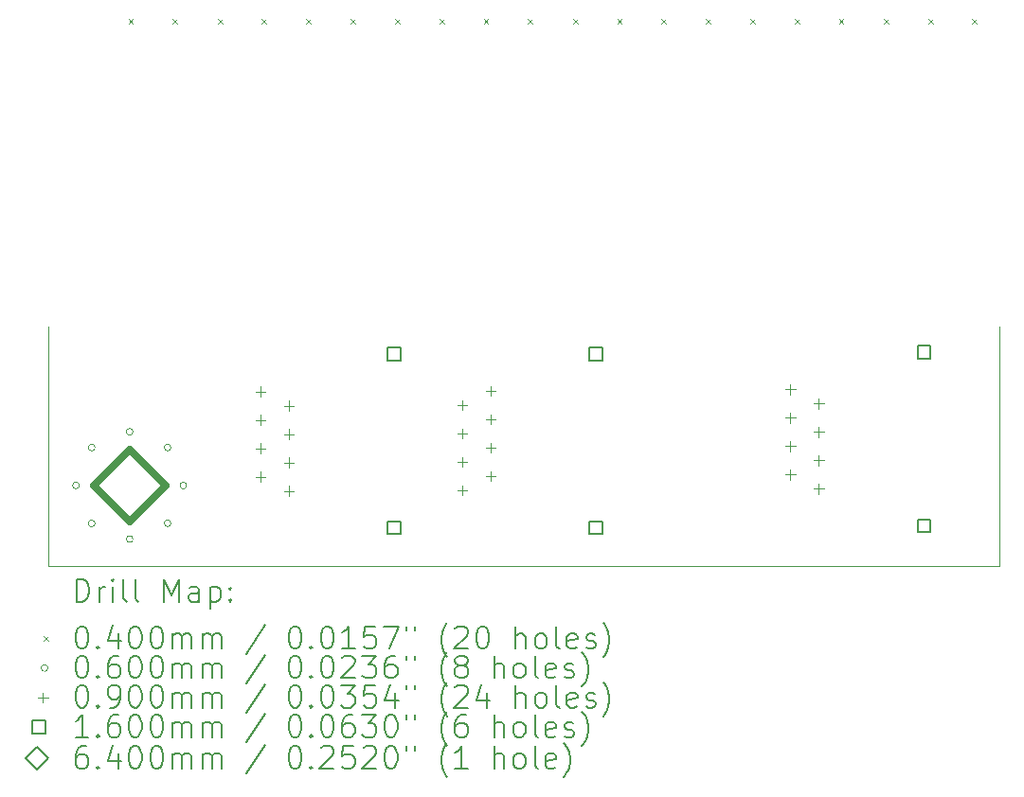
<source format=gbr>
%FSLAX45Y45*%
G04 Gerber Fmt 4.5, Leading zero omitted, Abs format (unit mm)*
G04 Created by KiCad (PCBNEW (5.99.0-12896-g1860893d63)) date 2021-12-10 21:36:47*
%MOMM*%
%LPD*%
G01*
G04 APERTURE LIST*
%TA.AperFunction,Profile*%
%ADD10C,0.120000*%
%TD*%
%ADD11C,0.200000*%
%ADD12C,0.040000*%
%ADD13C,0.060000*%
%ADD14C,0.090000*%
%ADD15C,0.160000*%
%ADD16C,0.640000*%
G04 APERTURE END LIST*
D10*
X9059600Y-8200000D02*
X17559600Y-8200000D01*
X9059600Y-6052600D02*
X9059600Y-8200000D01*
X17559600Y-6052600D02*
X17559600Y-8200000D01*
D11*
D12*
X9774240Y-3307400D02*
X9814240Y-3347400D01*
X9814240Y-3307400D02*
X9774240Y-3347400D01*
X10170480Y-3307400D02*
X10210480Y-3347400D01*
X10210480Y-3307400D02*
X10170480Y-3347400D01*
X10571800Y-3307400D02*
X10611800Y-3347400D01*
X10611800Y-3307400D02*
X10571800Y-3347400D01*
X10962960Y-3307400D02*
X11002960Y-3347400D01*
X11002960Y-3307400D02*
X10962960Y-3347400D01*
X11364280Y-3307400D02*
X11404280Y-3347400D01*
X11404280Y-3307400D02*
X11364280Y-3347400D01*
X11760520Y-3307400D02*
X11800520Y-3347400D01*
X11800520Y-3307400D02*
X11760520Y-3347400D01*
X12156760Y-3307400D02*
X12196760Y-3347400D01*
X12196760Y-3307400D02*
X12156760Y-3347400D01*
X12553000Y-3307400D02*
X12593000Y-3347400D01*
X12593000Y-3307400D02*
X12553000Y-3347400D01*
X12949240Y-3307400D02*
X12989240Y-3347400D01*
X12989240Y-3307400D02*
X12949240Y-3347400D01*
X13345480Y-3307400D02*
X13385480Y-3347400D01*
X13385480Y-3307400D02*
X13345480Y-3347400D01*
X13746800Y-3307400D02*
X13786800Y-3347400D01*
X13786800Y-3307400D02*
X13746800Y-3347400D01*
X14143040Y-3307400D02*
X14183040Y-3347400D01*
X14183040Y-3307400D02*
X14143040Y-3347400D01*
X14539280Y-3307400D02*
X14579280Y-3347400D01*
X14579280Y-3307400D02*
X14539280Y-3347400D01*
X14935520Y-3307400D02*
X14975520Y-3347400D01*
X14975520Y-3307400D02*
X14935520Y-3347400D01*
X15331760Y-3307400D02*
X15371760Y-3347400D01*
X15371760Y-3307400D02*
X15331760Y-3347400D01*
X15728000Y-3307400D02*
X15768000Y-3347400D01*
X15768000Y-3307400D02*
X15728000Y-3347400D01*
X16124240Y-3307400D02*
X16164240Y-3347400D01*
X16164240Y-3307400D02*
X16124240Y-3347400D01*
X16525560Y-3307400D02*
X16565560Y-3347400D01*
X16565560Y-3307400D02*
X16525560Y-3347400D01*
X16921800Y-3307400D02*
X16961800Y-3347400D01*
X16961800Y-3307400D02*
X16921800Y-3347400D01*
X17315500Y-3307400D02*
X17355500Y-3347400D01*
X17355500Y-3307400D02*
X17315500Y-3347400D01*
D13*
X9334080Y-7477760D02*
G75*
G03*
X9334080Y-7477760I-30000J0D01*
G01*
X9474669Y-7138349D02*
G75*
G03*
X9474669Y-7138349I-30000J0D01*
G01*
X9474669Y-7817171D02*
G75*
G03*
X9474669Y-7817171I-30000J0D01*
G01*
X9814080Y-6997760D02*
G75*
G03*
X9814080Y-6997760I-30000J0D01*
G01*
X9814080Y-7957760D02*
G75*
G03*
X9814080Y-7957760I-30000J0D01*
G01*
X10153491Y-7138349D02*
G75*
G03*
X10153491Y-7138349I-30000J0D01*
G01*
X10153491Y-7817171D02*
G75*
G03*
X10153491Y-7817171I-30000J0D01*
G01*
X10294080Y-7477760D02*
G75*
G03*
X10294080Y-7477760I-30000J0D01*
G01*
D14*
X10952800Y-6591780D02*
X10952800Y-6681780D01*
X10907800Y-6636780D02*
X10997800Y-6636780D01*
X10952800Y-6845780D02*
X10952800Y-6935780D01*
X10907800Y-6890780D02*
X10997800Y-6890780D01*
X10952800Y-7099780D02*
X10952800Y-7189780D01*
X10907800Y-7144780D02*
X10997800Y-7144780D01*
X10952800Y-7353780D02*
X10952800Y-7443780D01*
X10907800Y-7398780D02*
X10997800Y-7398780D01*
X11206800Y-6718780D02*
X11206800Y-6808780D01*
X11161800Y-6763780D02*
X11251800Y-6763780D01*
X11206800Y-6972780D02*
X11206800Y-7062780D01*
X11161800Y-7017780D02*
X11251800Y-7017780D01*
X11206800Y-7226780D02*
X11206800Y-7316780D01*
X11161800Y-7271780D02*
X11251800Y-7271780D01*
X11206800Y-7480780D02*
X11206800Y-7570780D01*
X11161800Y-7525780D02*
X11251800Y-7525780D01*
X12756200Y-6714180D02*
X12756200Y-6804180D01*
X12711200Y-6759180D02*
X12801200Y-6759180D01*
X12756200Y-6968180D02*
X12756200Y-7058180D01*
X12711200Y-7013180D02*
X12801200Y-7013180D01*
X12756200Y-7222180D02*
X12756200Y-7312180D01*
X12711200Y-7267180D02*
X12801200Y-7267180D01*
X12756200Y-7476180D02*
X12756200Y-7566180D01*
X12711200Y-7521180D02*
X12801200Y-7521180D01*
X13010200Y-6587180D02*
X13010200Y-6677180D01*
X12965200Y-6632180D02*
X13055200Y-6632180D01*
X13010200Y-6841180D02*
X13010200Y-6931180D01*
X12965200Y-6886180D02*
X13055200Y-6886180D01*
X13010200Y-7095180D02*
X13010200Y-7185180D01*
X12965200Y-7140180D02*
X13055200Y-7140180D01*
X13010200Y-7349180D02*
X13010200Y-7439180D01*
X12965200Y-7394180D02*
X13055200Y-7394180D01*
X15689900Y-6574000D02*
X15689900Y-6664000D01*
X15644900Y-6619000D02*
X15734900Y-6619000D01*
X15689900Y-6828000D02*
X15689900Y-6918000D01*
X15644900Y-6873000D02*
X15734900Y-6873000D01*
X15689900Y-7082000D02*
X15689900Y-7172000D01*
X15644900Y-7127000D02*
X15734900Y-7127000D01*
X15689900Y-7336000D02*
X15689900Y-7426000D01*
X15644900Y-7381000D02*
X15734900Y-7381000D01*
X15943900Y-6701000D02*
X15943900Y-6791000D01*
X15898900Y-6746000D02*
X15988900Y-6746000D01*
X15943900Y-6955000D02*
X15943900Y-7045000D01*
X15898900Y-7000000D02*
X15988900Y-7000000D01*
X15943900Y-7209000D02*
X15943900Y-7299000D01*
X15898900Y-7254000D02*
X15988900Y-7254000D01*
X15943900Y-7463000D02*
X15943900Y-7553000D01*
X15898900Y-7508000D02*
X15988900Y-7508000D01*
D15*
X12203169Y-6358549D02*
X12203169Y-6245411D01*
X12090031Y-6245411D01*
X12090031Y-6358549D01*
X12203169Y-6358549D01*
X12203169Y-7912549D02*
X12203169Y-7799411D01*
X12090031Y-7799411D01*
X12090031Y-7912549D01*
X12203169Y-7912549D01*
X14006569Y-6358549D02*
X14006569Y-6245411D01*
X13893431Y-6245411D01*
X13893431Y-6358549D01*
X14006569Y-6358549D01*
X14006569Y-7912549D02*
X14006569Y-7799411D01*
X13893431Y-7799411D01*
X13893431Y-7912549D01*
X14006569Y-7912549D01*
X16940269Y-6340769D02*
X16940269Y-6227631D01*
X16827131Y-6227631D01*
X16827131Y-6340769D01*
X16940269Y-6340769D01*
X16940269Y-7894769D02*
X16940269Y-7781631D01*
X16827131Y-7781631D01*
X16827131Y-7894769D01*
X16940269Y-7894769D01*
D16*
X9784080Y-7797760D02*
X10104080Y-7477760D01*
X9784080Y-7157760D01*
X9464080Y-7477760D01*
X9784080Y-7797760D01*
D11*
X9311219Y-8516476D02*
X9311219Y-8316476D01*
X9358838Y-8316476D01*
X9387410Y-8326000D01*
X9406457Y-8345048D01*
X9415981Y-8364095D01*
X9425505Y-8402190D01*
X9425505Y-8430762D01*
X9415981Y-8468857D01*
X9406457Y-8487905D01*
X9387410Y-8506952D01*
X9358838Y-8516476D01*
X9311219Y-8516476D01*
X9511219Y-8516476D02*
X9511219Y-8383143D01*
X9511219Y-8421238D02*
X9520743Y-8402190D01*
X9530267Y-8392667D01*
X9549314Y-8383143D01*
X9568362Y-8383143D01*
X9635029Y-8516476D02*
X9635029Y-8383143D01*
X9635029Y-8316476D02*
X9625505Y-8326000D01*
X9635029Y-8335524D01*
X9644552Y-8326000D01*
X9635029Y-8316476D01*
X9635029Y-8335524D01*
X9758838Y-8516476D02*
X9739790Y-8506952D01*
X9730267Y-8487905D01*
X9730267Y-8316476D01*
X9863600Y-8516476D02*
X9844552Y-8506952D01*
X9835029Y-8487905D01*
X9835029Y-8316476D01*
X10092171Y-8516476D02*
X10092171Y-8316476D01*
X10158838Y-8459333D01*
X10225505Y-8316476D01*
X10225505Y-8516476D01*
X10406457Y-8516476D02*
X10406457Y-8411714D01*
X10396933Y-8392667D01*
X10377886Y-8383143D01*
X10339790Y-8383143D01*
X10320743Y-8392667D01*
X10406457Y-8506952D02*
X10387410Y-8516476D01*
X10339790Y-8516476D01*
X10320743Y-8506952D01*
X10311219Y-8487905D01*
X10311219Y-8468857D01*
X10320743Y-8449810D01*
X10339790Y-8440286D01*
X10387410Y-8440286D01*
X10406457Y-8430762D01*
X10501695Y-8383143D02*
X10501695Y-8583143D01*
X10501695Y-8392667D02*
X10520743Y-8383143D01*
X10558838Y-8383143D01*
X10577886Y-8392667D01*
X10587410Y-8402190D01*
X10596933Y-8421238D01*
X10596933Y-8478381D01*
X10587410Y-8497429D01*
X10577886Y-8506952D01*
X10558838Y-8516476D01*
X10520743Y-8516476D01*
X10501695Y-8506952D01*
X10682648Y-8497429D02*
X10692171Y-8506952D01*
X10682648Y-8516476D01*
X10673124Y-8506952D01*
X10682648Y-8497429D01*
X10682648Y-8516476D01*
X10682648Y-8392667D02*
X10692171Y-8402190D01*
X10682648Y-8411714D01*
X10673124Y-8402190D01*
X10682648Y-8392667D01*
X10682648Y-8411714D01*
D12*
X9013600Y-8826000D02*
X9053600Y-8866000D01*
X9053600Y-8826000D02*
X9013600Y-8866000D01*
D11*
X9349314Y-8736476D02*
X9368362Y-8736476D01*
X9387410Y-8746000D01*
X9396933Y-8755524D01*
X9406457Y-8774571D01*
X9415981Y-8812667D01*
X9415981Y-8860286D01*
X9406457Y-8898381D01*
X9396933Y-8917429D01*
X9387410Y-8926952D01*
X9368362Y-8936476D01*
X9349314Y-8936476D01*
X9330267Y-8926952D01*
X9320743Y-8917429D01*
X9311219Y-8898381D01*
X9301695Y-8860286D01*
X9301695Y-8812667D01*
X9311219Y-8774571D01*
X9320743Y-8755524D01*
X9330267Y-8746000D01*
X9349314Y-8736476D01*
X9501695Y-8917429D02*
X9511219Y-8926952D01*
X9501695Y-8936476D01*
X9492171Y-8926952D01*
X9501695Y-8917429D01*
X9501695Y-8936476D01*
X9682648Y-8803143D02*
X9682648Y-8936476D01*
X9635029Y-8726952D02*
X9587410Y-8869810D01*
X9711219Y-8869810D01*
X9825505Y-8736476D02*
X9844552Y-8736476D01*
X9863600Y-8746000D01*
X9873124Y-8755524D01*
X9882648Y-8774571D01*
X9892171Y-8812667D01*
X9892171Y-8860286D01*
X9882648Y-8898381D01*
X9873124Y-8917429D01*
X9863600Y-8926952D01*
X9844552Y-8936476D01*
X9825505Y-8936476D01*
X9806457Y-8926952D01*
X9796933Y-8917429D01*
X9787410Y-8898381D01*
X9777886Y-8860286D01*
X9777886Y-8812667D01*
X9787410Y-8774571D01*
X9796933Y-8755524D01*
X9806457Y-8746000D01*
X9825505Y-8736476D01*
X10015981Y-8736476D02*
X10035029Y-8736476D01*
X10054076Y-8746000D01*
X10063600Y-8755524D01*
X10073124Y-8774571D01*
X10082648Y-8812667D01*
X10082648Y-8860286D01*
X10073124Y-8898381D01*
X10063600Y-8917429D01*
X10054076Y-8926952D01*
X10035029Y-8936476D01*
X10015981Y-8936476D01*
X9996933Y-8926952D01*
X9987410Y-8917429D01*
X9977886Y-8898381D01*
X9968362Y-8860286D01*
X9968362Y-8812667D01*
X9977886Y-8774571D01*
X9987410Y-8755524D01*
X9996933Y-8746000D01*
X10015981Y-8736476D01*
X10168362Y-8936476D02*
X10168362Y-8803143D01*
X10168362Y-8822190D02*
X10177886Y-8812667D01*
X10196933Y-8803143D01*
X10225505Y-8803143D01*
X10244552Y-8812667D01*
X10254076Y-8831714D01*
X10254076Y-8936476D01*
X10254076Y-8831714D02*
X10263600Y-8812667D01*
X10282648Y-8803143D01*
X10311219Y-8803143D01*
X10330267Y-8812667D01*
X10339790Y-8831714D01*
X10339790Y-8936476D01*
X10435029Y-8936476D02*
X10435029Y-8803143D01*
X10435029Y-8822190D02*
X10444552Y-8812667D01*
X10463600Y-8803143D01*
X10492171Y-8803143D01*
X10511219Y-8812667D01*
X10520743Y-8831714D01*
X10520743Y-8936476D01*
X10520743Y-8831714D02*
X10530267Y-8812667D01*
X10549314Y-8803143D01*
X10577886Y-8803143D01*
X10596933Y-8812667D01*
X10606457Y-8831714D01*
X10606457Y-8936476D01*
X10996933Y-8726952D02*
X10825505Y-8984095D01*
X11254076Y-8736476D02*
X11273124Y-8736476D01*
X11292171Y-8746000D01*
X11301695Y-8755524D01*
X11311219Y-8774571D01*
X11320743Y-8812667D01*
X11320743Y-8860286D01*
X11311219Y-8898381D01*
X11301695Y-8917429D01*
X11292171Y-8926952D01*
X11273124Y-8936476D01*
X11254076Y-8936476D01*
X11235028Y-8926952D01*
X11225505Y-8917429D01*
X11215981Y-8898381D01*
X11206457Y-8860286D01*
X11206457Y-8812667D01*
X11215981Y-8774571D01*
X11225505Y-8755524D01*
X11235028Y-8746000D01*
X11254076Y-8736476D01*
X11406457Y-8917429D02*
X11415981Y-8926952D01*
X11406457Y-8936476D01*
X11396933Y-8926952D01*
X11406457Y-8917429D01*
X11406457Y-8936476D01*
X11539790Y-8736476D02*
X11558838Y-8736476D01*
X11577886Y-8746000D01*
X11587409Y-8755524D01*
X11596933Y-8774571D01*
X11606457Y-8812667D01*
X11606457Y-8860286D01*
X11596933Y-8898381D01*
X11587409Y-8917429D01*
X11577886Y-8926952D01*
X11558838Y-8936476D01*
X11539790Y-8936476D01*
X11520743Y-8926952D01*
X11511219Y-8917429D01*
X11501695Y-8898381D01*
X11492171Y-8860286D01*
X11492171Y-8812667D01*
X11501695Y-8774571D01*
X11511219Y-8755524D01*
X11520743Y-8746000D01*
X11539790Y-8736476D01*
X11796933Y-8936476D02*
X11682648Y-8936476D01*
X11739790Y-8936476D02*
X11739790Y-8736476D01*
X11720743Y-8765048D01*
X11701695Y-8784095D01*
X11682648Y-8793619D01*
X11977886Y-8736476D02*
X11882648Y-8736476D01*
X11873124Y-8831714D01*
X11882648Y-8822190D01*
X11901695Y-8812667D01*
X11949314Y-8812667D01*
X11968362Y-8822190D01*
X11977886Y-8831714D01*
X11987409Y-8850762D01*
X11987409Y-8898381D01*
X11977886Y-8917429D01*
X11968362Y-8926952D01*
X11949314Y-8936476D01*
X11901695Y-8936476D01*
X11882648Y-8926952D01*
X11873124Y-8917429D01*
X12054076Y-8736476D02*
X12187409Y-8736476D01*
X12101695Y-8936476D01*
X12254076Y-8736476D02*
X12254076Y-8774571D01*
X12330267Y-8736476D02*
X12330267Y-8774571D01*
X12625505Y-9012667D02*
X12615981Y-9003143D01*
X12596933Y-8974571D01*
X12587409Y-8955524D01*
X12577886Y-8926952D01*
X12568362Y-8879333D01*
X12568362Y-8841238D01*
X12577886Y-8793619D01*
X12587409Y-8765048D01*
X12596933Y-8746000D01*
X12615981Y-8717429D01*
X12625505Y-8707905D01*
X12692171Y-8755524D02*
X12701695Y-8746000D01*
X12720743Y-8736476D01*
X12768362Y-8736476D01*
X12787409Y-8746000D01*
X12796933Y-8755524D01*
X12806457Y-8774571D01*
X12806457Y-8793619D01*
X12796933Y-8822190D01*
X12682648Y-8936476D01*
X12806457Y-8936476D01*
X12930267Y-8736476D02*
X12949314Y-8736476D01*
X12968362Y-8746000D01*
X12977886Y-8755524D01*
X12987409Y-8774571D01*
X12996933Y-8812667D01*
X12996933Y-8860286D01*
X12987409Y-8898381D01*
X12977886Y-8917429D01*
X12968362Y-8926952D01*
X12949314Y-8936476D01*
X12930267Y-8936476D01*
X12911219Y-8926952D01*
X12901695Y-8917429D01*
X12892171Y-8898381D01*
X12882648Y-8860286D01*
X12882648Y-8812667D01*
X12892171Y-8774571D01*
X12901695Y-8755524D01*
X12911219Y-8746000D01*
X12930267Y-8736476D01*
X13235028Y-8936476D02*
X13235028Y-8736476D01*
X13320743Y-8936476D02*
X13320743Y-8831714D01*
X13311219Y-8812667D01*
X13292171Y-8803143D01*
X13263600Y-8803143D01*
X13244552Y-8812667D01*
X13235028Y-8822190D01*
X13444552Y-8936476D02*
X13425505Y-8926952D01*
X13415981Y-8917429D01*
X13406457Y-8898381D01*
X13406457Y-8841238D01*
X13415981Y-8822190D01*
X13425505Y-8812667D01*
X13444552Y-8803143D01*
X13473124Y-8803143D01*
X13492171Y-8812667D01*
X13501695Y-8822190D01*
X13511219Y-8841238D01*
X13511219Y-8898381D01*
X13501695Y-8917429D01*
X13492171Y-8926952D01*
X13473124Y-8936476D01*
X13444552Y-8936476D01*
X13625505Y-8936476D02*
X13606457Y-8926952D01*
X13596933Y-8907905D01*
X13596933Y-8736476D01*
X13777886Y-8926952D02*
X13758838Y-8936476D01*
X13720743Y-8936476D01*
X13701695Y-8926952D01*
X13692171Y-8907905D01*
X13692171Y-8831714D01*
X13701695Y-8812667D01*
X13720743Y-8803143D01*
X13758838Y-8803143D01*
X13777886Y-8812667D01*
X13787409Y-8831714D01*
X13787409Y-8850762D01*
X13692171Y-8869810D01*
X13863600Y-8926952D02*
X13882648Y-8936476D01*
X13920743Y-8936476D01*
X13939790Y-8926952D01*
X13949314Y-8907905D01*
X13949314Y-8898381D01*
X13939790Y-8879333D01*
X13920743Y-8869810D01*
X13892171Y-8869810D01*
X13873124Y-8860286D01*
X13863600Y-8841238D01*
X13863600Y-8831714D01*
X13873124Y-8812667D01*
X13892171Y-8803143D01*
X13920743Y-8803143D01*
X13939790Y-8812667D01*
X14015981Y-9012667D02*
X14025505Y-9003143D01*
X14044552Y-8974571D01*
X14054076Y-8955524D01*
X14063600Y-8926952D01*
X14073124Y-8879333D01*
X14073124Y-8841238D01*
X14063600Y-8793619D01*
X14054076Y-8765048D01*
X14044552Y-8746000D01*
X14025505Y-8717429D01*
X14015981Y-8707905D01*
D13*
X9053600Y-9110000D02*
G75*
G03*
X9053600Y-9110000I-30000J0D01*
G01*
D11*
X9349314Y-9000476D02*
X9368362Y-9000476D01*
X9387410Y-9010000D01*
X9396933Y-9019524D01*
X9406457Y-9038571D01*
X9415981Y-9076667D01*
X9415981Y-9124286D01*
X9406457Y-9162381D01*
X9396933Y-9181429D01*
X9387410Y-9190952D01*
X9368362Y-9200476D01*
X9349314Y-9200476D01*
X9330267Y-9190952D01*
X9320743Y-9181429D01*
X9311219Y-9162381D01*
X9301695Y-9124286D01*
X9301695Y-9076667D01*
X9311219Y-9038571D01*
X9320743Y-9019524D01*
X9330267Y-9010000D01*
X9349314Y-9000476D01*
X9501695Y-9181429D02*
X9511219Y-9190952D01*
X9501695Y-9200476D01*
X9492171Y-9190952D01*
X9501695Y-9181429D01*
X9501695Y-9200476D01*
X9682648Y-9000476D02*
X9644552Y-9000476D01*
X9625505Y-9010000D01*
X9615981Y-9019524D01*
X9596933Y-9048095D01*
X9587410Y-9086190D01*
X9587410Y-9162381D01*
X9596933Y-9181429D01*
X9606457Y-9190952D01*
X9625505Y-9200476D01*
X9663600Y-9200476D01*
X9682648Y-9190952D01*
X9692171Y-9181429D01*
X9701695Y-9162381D01*
X9701695Y-9114762D01*
X9692171Y-9095714D01*
X9682648Y-9086190D01*
X9663600Y-9076667D01*
X9625505Y-9076667D01*
X9606457Y-9086190D01*
X9596933Y-9095714D01*
X9587410Y-9114762D01*
X9825505Y-9000476D02*
X9844552Y-9000476D01*
X9863600Y-9010000D01*
X9873124Y-9019524D01*
X9882648Y-9038571D01*
X9892171Y-9076667D01*
X9892171Y-9124286D01*
X9882648Y-9162381D01*
X9873124Y-9181429D01*
X9863600Y-9190952D01*
X9844552Y-9200476D01*
X9825505Y-9200476D01*
X9806457Y-9190952D01*
X9796933Y-9181429D01*
X9787410Y-9162381D01*
X9777886Y-9124286D01*
X9777886Y-9076667D01*
X9787410Y-9038571D01*
X9796933Y-9019524D01*
X9806457Y-9010000D01*
X9825505Y-9000476D01*
X10015981Y-9000476D02*
X10035029Y-9000476D01*
X10054076Y-9010000D01*
X10063600Y-9019524D01*
X10073124Y-9038571D01*
X10082648Y-9076667D01*
X10082648Y-9124286D01*
X10073124Y-9162381D01*
X10063600Y-9181429D01*
X10054076Y-9190952D01*
X10035029Y-9200476D01*
X10015981Y-9200476D01*
X9996933Y-9190952D01*
X9987410Y-9181429D01*
X9977886Y-9162381D01*
X9968362Y-9124286D01*
X9968362Y-9076667D01*
X9977886Y-9038571D01*
X9987410Y-9019524D01*
X9996933Y-9010000D01*
X10015981Y-9000476D01*
X10168362Y-9200476D02*
X10168362Y-9067143D01*
X10168362Y-9086190D02*
X10177886Y-9076667D01*
X10196933Y-9067143D01*
X10225505Y-9067143D01*
X10244552Y-9076667D01*
X10254076Y-9095714D01*
X10254076Y-9200476D01*
X10254076Y-9095714D02*
X10263600Y-9076667D01*
X10282648Y-9067143D01*
X10311219Y-9067143D01*
X10330267Y-9076667D01*
X10339790Y-9095714D01*
X10339790Y-9200476D01*
X10435029Y-9200476D02*
X10435029Y-9067143D01*
X10435029Y-9086190D02*
X10444552Y-9076667D01*
X10463600Y-9067143D01*
X10492171Y-9067143D01*
X10511219Y-9076667D01*
X10520743Y-9095714D01*
X10520743Y-9200476D01*
X10520743Y-9095714D02*
X10530267Y-9076667D01*
X10549314Y-9067143D01*
X10577886Y-9067143D01*
X10596933Y-9076667D01*
X10606457Y-9095714D01*
X10606457Y-9200476D01*
X10996933Y-8990952D02*
X10825505Y-9248095D01*
X11254076Y-9000476D02*
X11273124Y-9000476D01*
X11292171Y-9010000D01*
X11301695Y-9019524D01*
X11311219Y-9038571D01*
X11320743Y-9076667D01*
X11320743Y-9124286D01*
X11311219Y-9162381D01*
X11301695Y-9181429D01*
X11292171Y-9190952D01*
X11273124Y-9200476D01*
X11254076Y-9200476D01*
X11235028Y-9190952D01*
X11225505Y-9181429D01*
X11215981Y-9162381D01*
X11206457Y-9124286D01*
X11206457Y-9076667D01*
X11215981Y-9038571D01*
X11225505Y-9019524D01*
X11235028Y-9010000D01*
X11254076Y-9000476D01*
X11406457Y-9181429D02*
X11415981Y-9190952D01*
X11406457Y-9200476D01*
X11396933Y-9190952D01*
X11406457Y-9181429D01*
X11406457Y-9200476D01*
X11539790Y-9000476D02*
X11558838Y-9000476D01*
X11577886Y-9010000D01*
X11587409Y-9019524D01*
X11596933Y-9038571D01*
X11606457Y-9076667D01*
X11606457Y-9124286D01*
X11596933Y-9162381D01*
X11587409Y-9181429D01*
X11577886Y-9190952D01*
X11558838Y-9200476D01*
X11539790Y-9200476D01*
X11520743Y-9190952D01*
X11511219Y-9181429D01*
X11501695Y-9162381D01*
X11492171Y-9124286D01*
X11492171Y-9076667D01*
X11501695Y-9038571D01*
X11511219Y-9019524D01*
X11520743Y-9010000D01*
X11539790Y-9000476D01*
X11682648Y-9019524D02*
X11692171Y-9010000D01*
X11711219Y-9000476D01*
X11758838Y-9000476D01*
X11777886Y-9010000D01*
X11787409Y-9019524D01*
X11796933Y-9038571D01*
X11796933Y-9057619D01*
X11787409Y-9086190D01*
X11673124Y-9200476D01*
X11796933Y-9200476D01*
X11863600Y-9000476D02*
X11987409Y-9000476D01*
X11920743Y-9076667D01*
X11949314Y-9076667D01*
X11968362Y-9086190D01*
X11977886Y-9095714D01*
X11987409Y-9114762D01*
X11987409Y-9162381D01*
X11977886Y-9181429D01*
X11968362Y-9190952D01*
X11949314Y-9200476D01*
X11892171Y-9200476D01*
X11873124Y-9190952D01*
X11863600Y-9181429D01*
X12158838Y-9000476D02*
X12120743Y-9000476D01*
X12101695Y-9010000D01*
X12092171Y-9019524D01*
X12073124Y-9048095D01*
X12063600Y-9086190D01*
X12063600Y-9162381D01*
X12073124Y-9181429D01*
X12082648Y-9190952D01*
X12101695Y-9200476D01*
X12139790Y-9200476D01*
X12158838Y-9190952D01*
X12168362Y-9181429D01*
X12177886Y-9162381D01*
X12177886Y-9114762D01*
X12168362Y-9095714D01*
X12158838Y-9086190D01*
X12139790Y-9076667D01*
X12101695Y-9076667D01*
X12082648Y-9086190D01*
X12073124Y-9095714D01*
X12063600Y-9114762D01*
X12254076Y-9000476D02*
X12254076Y-9038571D01*
X12330267Y-9000476D02*
X12330267Y-9038571D01*
X12625505Y-9276667D02*
X12615981Y-9267143D01*
X12596933Y-9238571D01*
X12587409Y-9219524D01*
X12577886Y-9190952D01*
X12568362Y-9143333D01*
X12568362Y-9105238D01*
X12577886Y-9057619D01*
X12587409Y-9029048D01*
X12596933Y-9010000D01*
X12615981Y-8981429D01*
X12625505Y-8971905D01*
X12730267Y-9086190D02*
X12711219Y-9076667D01*
X12701695Y-9067143D01*
X12692171Y-9048095D01*
X12692171Y-9038571D01*
X12701695Y-9019524D01*
X12711219Y-9010000D01*
X12730267Y-9000476D01*
X12768362Y-9000476D01*
X12787409Y-9010000D01*
X12796933Y-9019524D01*
X12806457Y-9038571D01*
X12806457Y-9048095D01*
X12796933Y-9067143D01*
X12787409Y-9076667D01*
X12768362Y-9086190D01*
X12730267Y-9086190D01*
X12711219Y-9095714D01*
X12701695Y-9105238D01*
X12692171Y-9124286D01*
X12692171Y-9162381D01*
X12701695Y-9181429D01*
X12711219Y-9190952D01*
X12730267Y-9200476D01*
X12768362Y-9200476D01*
X12787409Y-9190952D01*
X12796933Y-9181429D01*
X12806457Y-9162381D01*
X12806457Y-9124286D01*
X12796933Y-9105238D01*
X12787409Y-9095714D01*
X12768362Y-9086190D01*
X13044552Y-9200476D02*
X13044552Y-9000476D01*
X13130267Y-9200476D02*
X13130267Y-9095714D01*
X13120743Y-9076667D01*
X13101695Y-9067143D01*
X13073124Y-9067143D01*
X13054076Y-9076667D01*
X13044552Y-9086190D01*
X13254076Y-9200476D02*
X13235028Y-9190952D01*
X13225505Y-9181429D01*
X13215981Y-9162381D01*
X13215981Y-9105238D01*
X13225505Y-9086190D01*
X13235028Y-9076667D01*
X13254076Y-9067143D01*
X13282648Y-9067143D01*
X13301695Y-9076667D01*
X13311219Y-9086190D01*
X13320743Y-9105238D01*
X13320743Y-9162381D01*
X13311219Y-9181429D01*
X13301695Y-9190952D01*
X13282648Y-9200476D01*
X13254076Y-9200476D01*
X13435028Y-9200476D02*
X13415981Y-9190952D01*
X13406457Y-9171905D01*
X13406457Y-9000476D01*
X13587409Y-9190952D02*
X13568362Y-9200476D01*
X13530267Y-9200476D01*
X13511219Y-9190952D01*
X13501695Y-9171905D01*
X13501695Y-9095714D01*
X13511219Y-9076667D01*
X13530267Y-9067143D01*
X13568362Y-9067143D01*
X13587409Y-9076667D01*
X13596933Y-9095714D01*
X13596933Y-9114762D01*
X13501695Y-9133810D01*
X13673124Y-9190952D02*
X13692171Y-9200476D01*
X13730267Y-9200476D01*
X13749314Y-9190952D01*
X13758838Y-9171905D01*
X13758838Y-9162381D01*
X13749314Y-9143333D01*
X13730267Y-9133810D01*
X13701695Y-9133810D01*
X13682648Y-9124286D01*
X13673124Y-9105238D01*
X13673124Y-9095714D01*
X13682648Y-9076667D01*
X13701695Y-9067143D01*
X13730267Y-9067143D01*
X13749314Y-9076667D01*
X13825505Y-9276667D02*
X13835028Y-9267143D01*
X13854076Y-9238571D01*
X13863600Y-9219524D01*
X13873124Y-9190952D01*
X13882648Y-9143333D01*
X13882648Y-9105238D01*
X13873124Y-9057619D01*
X13863600Y-9029048D01*
X13854076Y-9010000D01*
X13835028Y-8981429D01*
X13825505Y-8971905D01*
D14*
X9008600Y-9329000D02*
X9008600Y-9419000D01*
X8963600Y-9374000D02*
X9053600Y-9374000D01*
D11*
X9349314Y-9264476D02*
X9368362Y-9264476D01*
X9387410Y-9274000D01*
X9396933Y-9283524D01*
X9406457Y-9302571D01*
X9415981Y-9340667D01*
X9415981Y-9388286D01*
X9406457Y-9426381D01*
X9396933Y-9445429D01*
X9387410Y-9454952D01*
X9368362Y-9464476D01*
X9349314Y-9464476D01*
X9330267Y-9454952D01*
X9320743Y-9445429D01*
X9311219Y-9426381D01*
X9301695Y-9388286D01*
X9301695Y-9340667D01*
X9311219Y-9302571D01*
X9320743Y-9283524D01*
X9330267Y-9274000D01*
X9349314Y-9264476D01*
X9501695Y-9445429D02*
X9511219Y-9454952D01*
X9501695Y-9464476D01*
X9492171Y-9454952D01*
X9501695Y-9445429D01*
X9501695Y-9464476D01*
X9606457Y-9464476D02*
X9644552Y-9464476D01*
X9663600Y-9454952D01*
X9673124Y-9445429D01*
X9692171Y-9416857D01*
X9701695Y-9378762D01*
X9701695Y-9302571D01*
X9692171Y-9283524D01*
X9682648Y-9274000D01*
X9663600Y-9264476D01*
X9625505Y-9264476D01*
X9606457Y-9274000D01*
X9596933Y-9283524D01*
X9587410Y-9302571D01*
X9587410Y-9350190D01*
X9596933Y-9369238D01*
X9606457Y-9378762D01*
X9625505Y-9388286D01*
X9663600Y-9388286D01*
X9682648Y-9378762D01*
X9692171Y-9369238D01*
X9701695Y-9350190D01*
X9825505Y-9264476D02*
X9844552Y-9264476D01*
X9863600Y-9274000D01*
X9873124Y-9283524D01*
X9882648Y-9302571D01*
X9892171Y-9340667D01*
X9892171Y-9388286D01*
X9882648Y-9426381D01*
X9873124Y-9445429D01*
X9863600Y-9454952D01*
X9844552Y-9464476D01*
X9825505Y-9464476D01*
X9806457Y-9454952D01*
X9796933Y-9445429D01*
X9787410Y-9426381D01*
X9777886Y-9388286D01*
X9777886Y-9340667D01*
X9787410Y-9302571D01*
X9796933Y-9283524D01*
X9806457Y-9274000D01*
X9825505Y-9264476D01*
X10015981Y-9264476D02*
X10035029Y-9264476D01*
X10054076Y-9274000D01*
X10063600Y-9283524D01*
X10073124Y-9302571D01*
X10082648Y-9340667D01*
X10082648Y-9388286D01*
X10073124Y-9426381D01*
X10063600Y-9445429D01*
X10054076Y-9454952D01*
X10035029Y-9464476D01*
X10015981Y-9464476D01*
X9996933Y-9454952D01*
X9987410Y-9445429D01*
X9977886Y-9426381D01*
X9968362Y-9388286D01*
X9968362Y-9340667D01*
X9977886Y-9302571D01*
X9987410Y-9283524D01*
X9996933Y-9274000D01*
X10015981Y-9264476D01*
X10168362Y-9464476D02*
X10168362Y-9331143D01*
X10168362Y-9350190D02*
X10177886Y-9340667D01*
X10196933Y-9331143D01*
X10225505Y-9331143D01*
X10244552Y-9340667D01*
X10254076Y-9359714D01*
X10254076Y-9464476D01*
X10254076Y-9359714D02*
X10263600Y-9340667D01*
X10282648Y-9331143D01*
X10311219Y-9331143D01*
X10330267Y-9340667D01*
X10339790Y-9359714D01*
X10339790Y-9464476D01*
X10435029Y-9464476D02*
X10435029Y-9331143D01*
X10435029Y-9350190D02*
X10444552Y-9340667D01*
X10463600Y-9331143D01*
X10492171Y-9331143D01*
X10511219Y-9340667D01*
X10520743Y-9359714D01*
X10520743Y-9464476D01*
X10520743Y-9359714D02*
X10530267Y-9340667D01*
X10549314Y-9331143D01*
X10577886Y-9331143D01*
X10596933Y-9340667D01*
X10606457Y-9359714D01*
X10606457Y-9464476D01*
X10996933Y-9254952D02*
X10825505Y-9512095D01*
X11254076Y-9264476D02*
X11273124Y-9264476D01*
X11292171Y-9274000D01*
X11301695Y-9283524D01*
X11311219Y-9302571D01*
X11320743Y-9340667D01*
X11320743Y-9388286D01*
X11311219Y-9426381D01*
X11301695Y-9445429D01*
X11292171Y-9454952D01*
X11273124Y-9464476D01*
X11254076Y-9464476D01*
X11235028Y-9454952D01*
X11225505Y-9445429D01*
X11215981Y-9426381D01*
X11206457Y-9388286D01*
X11206457Y-9340667D01*
X11215981Y-9302571D01*
X11225505Y-9283524D01*
X11235028Y-9274000D01*
X11254076Y-9264476D01*
X11406457Y-9445429D02*
X11415981Y-9454952D01*
X11406457Y-9464476D01*
X11396933Y-9454952D01*
X11406457Y-9445429D01*
X11406457Y-9464476D01*
X11539790Y-9264476D02*
X11558838Y-9264476D01*
X11577886Y-9274000D01*
X11587409Y-9283524D01*
X11596933Y-9302571D01*
X11606457Y-9340667D01*
X11606457Y-9388286D01*
X11596933Y-9426381D01*
X11587409Y-9445429D01*
X11577886Y-9454952D01*
X11558838Y-9464476D01*
X11539790Y-9464476D01*
X11520743Y-9454952D01*
X11511219Y-9445429D01*
X11501695Y-9426381D01*
X11492171Y-9388286D01*
X11492171Y-9340667D01*
X11501695Y-9302571D01*
X11511219Y-9283524D01*
X11520743Y-9274000D01*
X11539790Y-9264476D01*
X11673124Y-9264476D02*
X11796933Y-9264476D01*
X11730267Y-9340667D01*
X11758838Y-9340667D01*
X11777886Y-9350190D01*
X11787409Y-9359714D01*
X11796933Y-9378762D01*
X11796933Y-9426381D01*
X11787409Y-9445429D01*
X11777886Y-9454952D01*
X11758838Y-9464476D01*
X11701695Y-9464476D01*
X11682648Y-9454952D01*
X11673124Y-9445429D01*
X11977886Y-9264476D02*
X11882648Y-9264476D01*
X11873124Y-9359714D01*
X11882648Y-9350190D01*
X11901695Y-9340667D01*
X11949314Y-9340667D01*
X11968362Y-9350190D01*
X11977886Y-9359714D01*
X11987409Y-9378762D01*
X11987409Y-9426381D01*
X11977886Y-9445429D01*
X11968362Y-9454952D01*
X11949314Y-9464476D01*
X11901695Y-9464476D01*
X11882648Y-9454952D01*
X11873124Y-9445429D01*
X12158838Y-9331143D02*
X12158838Y-9464476D01*
X12111219Y-9254952D02*
X12063600Y-9397810D01*
X12187409Y-9397810D01*
X12254076Y-9264476D02*
X12254076Y-9302571D01*
X12330267Y-9264476D02*
X12330267Y-9302571D01*
X12625505Y-9540667D02*
X12615981Y-9531143D01*
X12596933Y-9502571D01*
X12587409Y-9483524D01*
X12577886Y-9454952D01*
X12568362Y-9407333D01*
X12568362Y-9369238D01*
X12577886Y-9321619D01*
X12587409Y-9293048D01*
X12596933Y-9274000D01*
X12615981Y-9245429D01*
X12625505Y-9235905D01*
X12692171Y-9283524D02*
X12701695Y-9274000D01*
X12720743Y-9264476D01*
X12768362Y-9264476D01*
X12787409Y-9274000D01*
X12796933Y-9283524D01*
X12806457Y-9302571D01*
X12806457Y-9321619D01*
X12796933Y-9350190D01*
X12682648Y-9464476D01*
X12806457Y-9464476D01*
X12977886Y-9331143D02*
X12977886Y-9464476D01*
X12930267Y-9254952D02*
X12882648Y-9397810D01*
X13006457Y-9397810D01*
X13235028Y-9464476D02*
X13235028Y-9264476D01*
X13320743Y-9464476D02*
X13320743Y-9359714D01*
X13311219Y-9340667D01*
X13292171Y-9331143D01*
X13263600Y-9331143D01*
X13244552Y-9340667D01*
X13235028Y-9350190D01*
X13444552Y-9464476D02*
X13425505Y-9454952D01*
X13415981Y-9445429D01*
X13406457Y-9426381D01*
X13406457Y-9369238D01*
X13415981Y-9350190D01*
X13425505Y-9340667D01*
X13444552Y-9331143D01*
X13473124Y-9331143D01*
X13492171Y-9340667D01*
X13501695Y-9350190D01*
X13511219Y-9369238D01*
X13511219Y-9426381D01*
X13501695Y-9445429D01*
X13492171Y-9454952D01*
X13473124Y-9464476D01*
X13444552Y-9464476D01*
X13625505Y-9464476D02*
X13606457Y-9454952D01*
X13596933Y-9435905D01*
X13596933Y-9264476D01*
X13777886Y-9454952D02*
X13758838Y-9464476D01*
X13720743Y-9464476D01*
X13701695Y-9454952D01*
X13692171Y-9435905D01*
X13692171Y-9359714D01*
X13701695Y-9340667D01*
X13720743Y-9331143D01*
X13758838Y-9331143D01*
X13777886Y-9340667D01*
X13787409Y-9359714D01*
X13787409Y-9378762D01*
X13692171Y-9397810D01*
X13863600Y-9454952D02*
X13882648Y-9464476D01*
X13920743Y-9464476D01*
X13939790Y-9454952D01*
X13949314Y-9435905D01*
X13949314Y-9426381D01*
X13939790Y-9407333D01*
X13920743Y-9397810D01*
X13892171Y-9397810D01*
X13873124Y-9388286D01*
X13863600Y-9369238D01*
X13863600Y-9359714D01*
X13873124Y-9340667D01*
X13892171Y-9331143D01*
X13920743Y-9331143D01*
X13939790Y-9340667D01*
X14015981Y-9540667D02*
X14025505Y-9531143D01*
X14044552Y-9502571D01*
X14054076Y-9483524D01*
X14063600Y-9454952D01*
X14073124Y-9407333D01*
X14073124Y-9369238D01*
X14063600Y-9321619D01*
X14054076Y-9293048D01*
X14044552Y-9274000D01*
X14025505Y-9245429D01*
X14015981Y-9235905D01*
D15*
X9030169Y-9694569D02*
X9030169Y-9581431D01*
X8917031Y-9581431D01*
X8917031Y-9694569D01*
X9030169Y-9694569D01*
D11*
X9415981Y-9728476D02*
X9301695Y-9728476D01*
X9358838Y-9728476D02*
X9358838Y-9528476D01*
X9339790Y-9557048D01*
X9320743Y-9576095D01*
X9301695Y-9585619D01*
X9501695Y-9709429D02*
X9511219Y-9718952D01*
X9501695Y-9728476D01*
X9492171Y-9718952D01*
X9501695Y-9709429D01*
X9501695Y-9728476D01*
X9682648Y-9528476D02*
X9644552Y-9528476D01*
X9625505Y-9538000D01*
X9615981Y-9547524D01*
X9596933Y-9576095D01*
X9587410Y-9614190D01*
X9587410Y-9690381D01*
X9596933Y-9709429D01*
X9606457Y-9718952D01*
X9625505Y-9728476D01*
X9663600Y-9728476D01*
X9682648Y-9718952D01*
X9692171Y-9709429D01*
X9701695Y-9690381D01*
X9701695Y-9642762D01*
X9692171Y-9623714D01*
X9682648Y-9614190D01*
X9663600Y-9604667D01*
X9625505Y-9604667D01*
X9606457Y-9614190D01*
X9596933Y-9623714D01*
X9587410Y-9642762D01*
X9825505Y-9528476D02*
X9844552Y-9528476D01*
X9863600Y-9538000D01*
X9873124Y-9547524D01*
X9882648Y-9566571D01*
X9892171Y-9604667D01*
X9892171Y-9652286D01*
X9882648Y-9690381D01*
X9873124Y-9709429D01*
X9863600Y-9718952D01*
X9844552Y-9728476D01*
X9825505Y-9728476D01*
X9806457Y-9718952D01*
X9796933Y-9709429D01*
X9787410Y-9690381D01*
X9777886Y-9652286D01*
X9777886Y-9604667D01*
X9787410Y-9566571D01*
X9796933Y-9547524D01*
X9806457Y-9538000D01*
X9825505Y-9528476D01*
X10015981Y-9528476D02*
X10035029Y-9528476D01*
X10054076Y-9538000D01*
X10063600Y-9547524D01*
X10073124Y-9566571D01*
X10082648Y-9604667D01*
X10082648Y-9652286D01*
X10073124Y-9690381D01*
X10063600Y-9709429D01*
X10054076Y-9718952D01*
X10035029Y-9728476D01*
X10015981Y-9728476D01*
X9996933Y-9718952D01*
X9987410Y-9709429D01*
X9977886Y-9690381D01*
X9968362Y-9652286D01*
X9968362Y-9604667D01*
X9977886Y-9566571D01*
X9987410Y-9547524D01*
X9996933Y-9538000D01*
X10015981Y-9528476D01*
X10168362Y-9728476D02*
X10168362Y-9595143D01*
X10168362Y-9614190D02*
X10177886Y-9604667D01*
X10196933Y-9595143D01*
X10225505Y-9595143D01*
X10244552Y-9604667D01*
X10254076Y-9623714D01*
X10254076Y-9728476D01*
X10254076Y-9623714D02*
X10263600Y-9604667D01*
X10282648Y-9595143D01*
X10311219Y-9595143D01*
X10330267Y-9604667D01*
X10339790Y-9623714D01*
X10339790Y-9728476D01*
X10435029Y-9728476D02*
X10435029Y-9595143D01*
X10435029Y-9614190D02*
X10444552Y-9604667D01*
X10463600Y-9595143D01*
X10492171Y-9595143D01*
X10511219Y-9604667D01*
X10520743Y-9623714D01*
X10520743Y-9728476D01*
X10520743Y-9623714D02*
X10530267Y-9604667D01*
X10549314Y-9595143D01*
X10577886Y-9595143D01*
X10596933Y-9604667D01*
X10606457Y-9623714D01*
X10606457Y-9728476D01*
X10996933Y-9518952D02*
X10825505Y-9776095D01*
X11254076Y-9528476D02*
X11273124Y-9528476D01*
X11292171Y-9538000D01*
X11301695Y-9547524D01*
X11311219Y-9566571D01*
X11320743Y-9604667D01*
X11320743Y-9652286D01*
X11311219Y-9690381D01*
X11301695Y-9709429D01*
X11292171Y-9718952D01*
X11273124Y-9728476D01*
X11254076Y-9728476D01*
X11235028Y-9718952D01*
X11225505Y-9709429D01*
X11215981Y-9690381D01*
X11206457Y-9652286D01*
X11206457Y-9604667D01*
X11215981Y-9566571D01*
X11225505Y-9547524D01*
X11235028Y-9538000D01*
X11254076Y-9528476D01*
X11406457Y-9709429D02*
X11415981Y-9718952D01*
X11406457Y-9728476D01*
X11396933Y-9718952D01*
X11406457Y-9709429D01*
X11406457Y-9728476D01*
X11539790Y-9528476D02*
X11558838Y-9528476D01*
X11577886Y-9538000D01*
X11587409Y-9547524D01*
X11596933Y-9566571D01*
X11606457Y-9604667D01*
X11606457Y-9652286D01*
X11596933Y-9690381D01*
X11587409Y-9709429D01*
X11577886Y-9718952D01*
X11558838Y-9728476D01*
X11539790Y-9728476D01*
X11520743Y-9718952D01*
X11511219Y-9709429D01*
X11501695Y-9690381D01*
X11492171Y-9652286D01*
X11492171Y-9604667D01*
X11501695Y-9566571D01*
X11511219Y-9547524D01*
X11520743Y-9538000D01*
X11539790Y-9528476D01*
X11777886Y-9528476D02*
X11739790Y-9528476D01*
X11720743Y-9538000D01*
X11711219Y-9547524D01*
X11692171Y-9576095D01*
X11682648Y-9614190D01*
X11682648Y-9690381D01*
X11692171Y-9709429D01*
X11701695Y-9718952D01*
X11720743Y-9728476D01*
X11758838Y-9728476D01*
X11777886Y-9718952D01*
X11787409Y-9709429D01*
X11796933Y-9690381D01*
X11796933Y-9642762D01*
X11787409Y-9623714D01*
X11777886Y-9614190D01*
X11758838Y-9604667D01*
X11720743Y-9604667D01*
X11701695Y-9614190D01*
X11692171Y-9623714D01*
X11682648Y-9642762D01*
X11863600Y-9528476D02*
X11987409Y-9528476D01*
X11920743Y-9604667D01*
X11949314Y-9604667D01*
X11968362Y-9614190D01*
X11977886Y-9623714D01*
X11987409Y-9642762D01*
X11987409Y-9690381D01*
X11977886Y-9709429D01*
X11968362Y-9718952D01*
X11949314Y-9728476D01*
X11892171Y-9728476D01*
X11873124Y-9718952D01*
X11863600Y-9709429D01*
X12111219Y-9528476D02*
X12130267Y-9528476D01*
X12149314Y-9538000D01*
X12158838Y-9547524D01*
X12168362Y-9566571D01*
X12177886Y-9604667D01*
X12177886Y-9652286D01*
X12168362Y-9690381D01*
X12158838Y-9709429D01*
X12149314Y-9718952D01*
X12130267Y-9728476D01*
X12111219Y-9728476D01*
X12092171Y-9718952D01*
X12082648Y-9709429D01*
X12073124Y-9690381D01*
X12063600Y-9652286D01*
X12063600Y-9604667D01*
X12073124Y-9566571D01*
X12082648Y-9547524D01*
X12092171Y-9538000D01*
X12111219Y-9528476D01*
X12254076Y-9528476D02*
X12254076Y-9566571D01*
X12330267Y-9528476D02*
X12330267Y-9566571D01*
X12625505Y-9804667D02*
X12615981Y-9795143D01*
X12596933Y-9766571D01*
X12587409Y-9747524D01*
X12577886Y-9718952D01*
X12568362Y-9671333D01*
X12568362Y-9633238D01*
X12577886Y-9585619D01*
X12587409Y-9557048D01*
X12596933Y-9538000D01*
X12615981Y-9509429D01*
X12625505Y-9499905D01*
X12787409Y-9528476D02*
X12749314Y-9528476D01*
X12730267Y-9538000D01*
X12720743Y-9547524D01*
X12701695Y-9576095D01*
X12692171Y-9614190D01*
X12692171Y-9690381D01*
X12701695Y-9709429D01*
X12711219Y-9718952D01*
X12730267Y-9728476D01*
X12768362Y-9728476D01*
X12787409Y-9718952D01*
X12796933Y-9709429D01*
X12806457Y-9690381D01*
X12806457Y-9642762D01*
X12796933Y-9623714D01*
X12787409Y-9614190D01*
X12768362Y-9604667D01*
X12730267Y-9604667D01*
X12711219Y-9614190D01*
X12701695Y-9623714D01*
X12692171Y-9642762D01*
X13044552Y-9728476D02*
X13044552Y-9528476D01*
X13130267Y-9728476D02*
X13130267Y-9623714D01*
X13120743Y-9604667D01*
X13101695Y-9595143D01*
X13073124Y-9595143D01*
X13054076Y-9604667D01*
X13044552Y-9614190D01*
X13254076Y-9728476D02*
X13235028Y-9718952D01*
X13225505Y-9709429D01*
X13215981Y-9690381D01*
X13215981Y-9633238D01*
X13225505Y-9614190D01*
X13235028Y-9604667D01*
X13254076Y-9595143D01*
X13282648Y-9595143D01*
X13301695Y-9604667D01*
X13311219Y-9614190D01*
X13320743Y-9633238D01*
X13320743Y-9690381D01*
X13311219Y-9709429D01*
X13301695Y-9718952D01*
X13282648Y-9728476D01*
X13254076Y-9728476D01*
X13435028Y-9728476D02*
X13415981Y-9718952D01*
X13406457Y-9699905D01*
X13406457Y-9528476D01*
X13587409Y-9718952D02*
X13568362Y-9728476D01*
X13530267Y-9728476D01*
X13511219Y-9718952D01*
X13501695Y-9699905D01*
X13501695Y-9623714D01*
X13511219Y-9604667D01*
X13530267Y-9595143D01*
X13568362Y-9595143D01*
X13587409Y-9604667D01*
X13596933Y-9623714D01*
X13596933Y-9642762D01*
X13501695Y-9661810D01*
X13673124Y-9718952D02*
X13692171Y-9728476D01*
X13730267Y-9728476D01*
X13749314Y-9718952D01*
X13758838Y-9699905D01*
X13758838Y-9690381D01*
X13749314Y-9671333D01*
X13730267Y-9661810D01*
X13701695Y-9661810D01*
X13682648Y-9652286D01*
X13673124Y-9633238D01*
X13673124Y-9623714D01*
X13682648Y-9604667D01*
X13701695Y-9595143D01*
X13730267Y-9595143D01*
X13749314Y-9604667D01*
X13825505Y-9804667D02*
X13835028Y-9795143D01*
X13854076Y-9766571D01*
X13863600Y-9747524D01*
X13873124Y-9718952D01*
X13882648Y-9671333D01*
X13882648Y-9633238D01*
X13873124Y-9585619D01*
X13863600Y-9557048D01*
X13854076Y-9538000D01*
X13835028Y-9509429D01*
X13825505Y-9499905D01*
X8953600Y-10018000D02*
X9053600Y-9918000D01*
X8953600Y-9818000D01*
X8853600Y-9918000D01*
X8953600Y-10018000D01*
X9396933Y-9808476D02*
X9358838Y-9808476D01*
X9339790Y-9818000D01*
X9330267Y-9827524D01*
X9311219Y-9856095D01*
X9301695Y-9894190D01*
X9301695Y-9970381D01*
X9311219Y-9989429D01*
X9320743Y-9998952D01*
X9339790Y-10008476D01*
X9377886Y-10008476D01*
X9396933Y-9998952D01*
X9406457Y-9989429D01*
X9415981Y-9970381D01*
X9415981Y-9922762D01*
X9406457Y-9903714D01*
X9396933Y-9894190D01*
X9377886Y-9884667D01*
X9339790Y-9884667D01*
X9320743Y-9894190D01*
X9311219Y-9903714D01*
X9301695Y-9922762D01*
X9501695Y-9989429D02*
X9511219Y-9998952D01*
X9501695Y-10008476D01*
X9492171Y-9998952D01*
X9501695Y-9989429D01*
X9501695Y-10008476D01*
X9682648Y-9875143D02*
X9682648Y-10008476D01*
X9635029Y-9798952D02*
X9587410Y-9941810D01*
X9711219Y-9941810D01*
X9825505Y-9808476D02*
X9844552Y-9808476D01*
X9863600Y-9818000D01*
X9873124Y-9827524D01*
X9882648Y-9846571D01*
X9892171Y-9884667D01*
X9892171Y-9932286D01*
X9882648Y-9970381D01*
X9873124Y-9989429D01*
X9863600Y-9998952D01*
X9844552Y-10008476D01*
X9825505Y-10008476D01*
X9806457Y-9998952D01*
X9796933Y-9989429D01*
X9787410Y-9970381D01*
X9777886Y-9932286D01*
X9777886Y-9884667D01*
X9787410Y-9846571D01*
X9796933Y-9827524D01*
X9806457Y-9818000D01*
X9825505Y-9808476D01*
X10015981Y-9808476D02*
X10035029Y-9808476D01*
X10054076Y-9818000D01*
X10063600Y-9827524D01*
X10073124Y-9846571D01*
X10082648Y-9884667D01*
X10082648Y-9932286D01*
X10073124Y-9970381D01*
X10063600Y-9989429D01*
X10054076Y-9998952D01*
X10035029Y-10008476D01*
X10015981Y-10008476D01*
X9996933Y-9998952D01*
X9987410Y-9989429D01*
X9977886Y-9970381D01*
X9968362Y-9932286D01*
X9968362Y-9884667D01*
X9977886Y-9846571D01*
X9987410Y-9827524D01*
X9996933Y-9818000D01*
X10015981Y-9808476D01*
X10168362Y-10008476D02*
X10168362Y-9875143D01*
X10168362Y-9894190D02*
X10177886Y-9884667D01*
X10196933Y-9875143D01*
X10225505Y-9875143D01*
X10244552Y-9884667D01*
X10254076Y-9903714D01*
X10254076Y-10008476D01*
X10254076Y-9903714D02*
X10263600Y-9884667D01*
X10282648Y-9875143D01*
X10311219Y-9875143D01*
X10330267Y-9884667D01*
X10339790Y-9903714D01*
X10339790Y-10008476D01*
X10435029Y-10008476D02*
X10435029Y-9875143D01*
X10435029Y-9894190D02*
X10444552Y-9884667D01*
X10463600Y-9875143D01*
X10492171Y-9875143D01*
X10511219Y-9884667D01*
X10520743Y-9903714D01*
X10520743Y-10008476D01*
X10520743Y-9903714D02*
X10530267Y-9884667D01*
X10549314Y-9875143D01*
X10577886Y-9875143D01*
X10596933Y-9884667D01*
X10606457Y-9903714D01*
X10606457Y-10008476D01*
X10996933Y-9798952D02*
X10825505Y-10056095D01*
X11254076Y-9808476D02*
X11273124Y-9808476D01*
X11292171Y-9818000D01*
X11301695Y-9827524D01*
X11311219Y-9846571D01*
X11320743Y-9884667D01*
X11320743Y-9932286D01*
X11311219Y-9970381D01*
X11301695Y-9989429D01*
X11292171Y-9998952D01*
X11273124Y-10008476D01*
X11254076Y-10008476D01*
X11235028Y-9998952D01*
X11225505Y-9989429D01*
X11215981Y-9970381D01*
X11206457Y-9932286D01*
X11206457Y-9884667D01*
X11215981Y-9846571D01*
X11225505Y-9827524D01*
X11235028Y-9818000D01*
X11254076Y-9808476D01*
X11406457Y-9989429D02*
X11415981Y-9998952D01*
X11406457Y-10008476D01*
X11396933Y-9998952D01*
X11406457Y-9989429D01*
X11406457Y-10008476D01*
X11492171Y-9827524D02*
X11501695Y-9818000D01*
X11520743Y-9808476D01*
X11568362Y-9808476D01*
X11587409Y-9818000D01*
X11596933Y-9827524D01*
X11606457Y-9846571D01*
X11606457Y-9865619D01*
X11596933Y-9894190D01*
X11482648Y-10008476D01*
X11606457Y-10008476D01*
X11787409Y-9808476D02*
X11692171Y-9808476D01*
X11682648Y-9903714D01*
X11692171Y-9894190D01*
X11711219Y-9884667D01*
X11758838Y-9884667D01*
X11777886Y-9894190D01*
X11787409Y-9903714D01*
X11796933Y-9922762D01*
X11796933Y-9970381D01*
X11787409Y-9989429D01*
X11777886Y-9998952D01*
X11758838Y-10008476D01*
X11711219Y-10008476D01*
X11692171Y-9998952D01*
X11682648Y-9989429D01*
X11873124Y-9827524D02*
X11882648Y-9818000D01*
X11901695Y-9808476D01*
X11949314Y-9808476D01*
X11968362Y-9818000D01*
X11977886Y-9827524D01*
X11987409Y-9846571D01*
X11987409Y-9865619D01*
X11977886Y-9894190D01*
X11863600Y-10008476D01*
X11987409Y-10008476D01*
X12111219Y-9808476D02*
X12130267Y-9808476D01*
X12149314Y-9818000D01*
X12158838Y-9827524D01*
X12168362Y-9846571D01*
X12177886Y-9884667D01*
X12177886Y-9932286D01*
X12168362Y-9970381D01*
X12158838Y-9989429D01*
X12149314Y-9998952D01*
X12130267Y-10008476D01*
X12111219Y-10008476D01*
X12092171Y-9998952D01*
X12082648Y-9989429D01*
X12073124Y-9970381D01*
X12063600Y-9932286D01*
X12063600Y-9884667D01*
X12073124Y-9846571D01*
X12082648Y-9827524D01*
X12092171Y-9818000D01*
X12111219Y-9808476D01*
X12254076Y-9808476D02*
X12254076Y-9846571D01*
X12330267Y-9808476D02*
X12330267Y-9846571D01*
X12625505Y-10084667D02*
X12615981Y-10075143D01*
X12596933Y-10046571D01*
X12587409Y-10027524D01*
X12577886Y-9998952D01*
X12568362Y-9951333D01*
X12568362Y-9913238D01*
X12577886Y-9865619D01*
X12587409Y-9837048D01*
X12596933Y-9818000D01*
X12615981Y-9789429D01*
X12625505Y-9779905D01*
X12806457Y-10008476D02*
X12692171Y-10008476D01*
X12749314Y-10008476D02*
X12749314Y-9808476D01*
X12730267Y-9837048D01*
X12711219Y-9856095D01*
X12692171Y-9865619D01*
X13044552Y-10008476D02*
X13044552Y-9808476D01*
X13130267Y-10008476D02*
X13130267Y-9903714D01*
X13120743Y-9884667D01*
X13101695Y-9875143D01*
X13073124Y-9875143D01*
X13054076Y-9884667D01*
X13044552Y-9894190D01*
X13254076Y-10008476D02*
X13235028Y-9998952D01*
X13225505Y-9989429D01*
X13215981Y-9970381D01*
X13215981Y-9913238D01*
X13225505Y-9894190D01*
X13235028Y-9884667D01*
X13254076Y-9875143D01*
X13282648Y-9875143D01*
X13301695Y-9884667D01*
X13311219Y-9894190D01*
X13320743Y-9913238D01*
X13320743Y-9970381D01*
X13311219Y-9989429D01*
X13301695Y-9998952D01*
X13282648Y-10008476D01*
X13254076Y-10008476D01*
X13435028Y-10008476D02*
X13415981Y-9998952D01*
X13406457Y-9979905D01*
X13406457Y-9808476D01*
X13587409Y-9998952D02*
X13568362Y-10008476D01*
X13530267Y-10008476D01*
X13511219Y-9998952D01*
X13501695Y-9979905D01*
X13501695Y-9903714D01*
X13511219Y-9884667D01*
X13530267Y-9875143D01*
X13568362Y-9875143D01*
X13587409Y-9884667D01*
X13596933Y-9903714D01*
X13596933Y-9922762D01*
X13501695Y-9941810D01*
X13663600Y-10084667D02*
X13673124Y-10075143D01*
X13692171Y-10046571D01*
X13701695Y-10027524D01*
X13711219Y-9998952D01*
X13720743Y-9951333D01*
X13720743Y-9913238D01*
X13711219Y-9865619D01*
X13701695Y-9837048D01*
X13692171Y-9818000D01*
X13673124Y-9789429D01*
X13663600Y-9779905D01*
M02*

</source>
